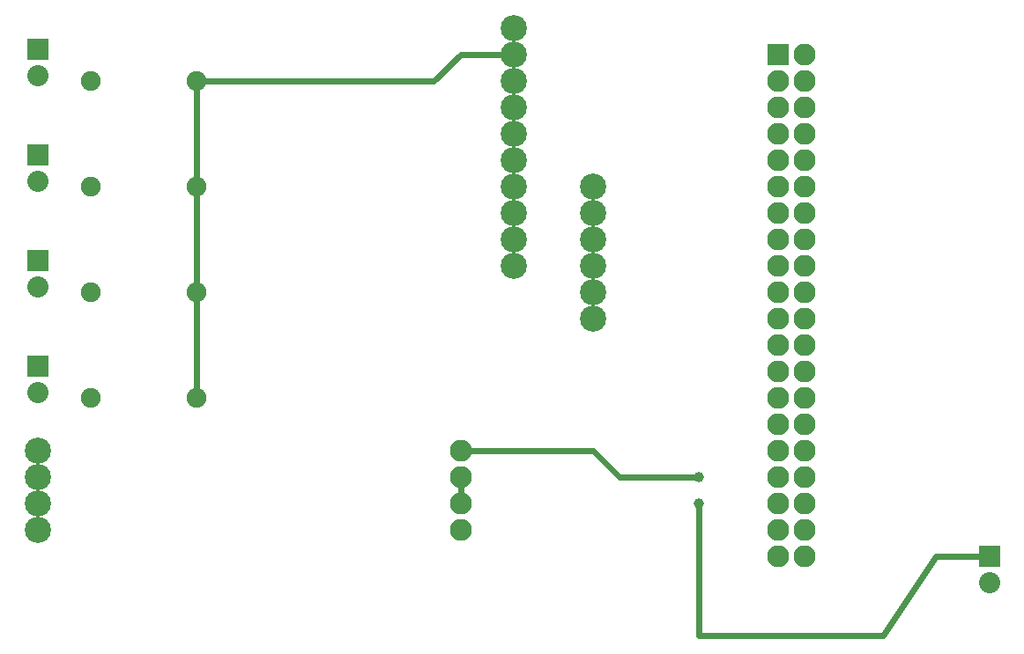
<source format=gtl>
G04 MADE WITH FRITZING*
G04 WWW.FRITZING.ORG*
G04 DOUBLE SIDED*
G04 HOLES PLATED*
G04 CONTOUR ON CENTER OF CONTOUR VECTOR*
%FSLAX26Y26*%
%MOIN*%
%ADD10C,0.083307*%
%ADD11C,0.099055*%
%ADD12C,0.080000*%
%ADD13C,0.075000*%
%ADD14C,0.039370*%
%ADD15R,0.083307X0.083307*%
%ADD16R,0.080000X0.080000*%
%ADD17C,0.024000*%
G04 COPPER1*
%FSLAX26Y26*%
%MOIN*%
D10*
X3273430Y2317467D03*
X3273430Y2217467D03*
X3273430Y2117467D03*
X3273430Y2017467D03*
X3273430Y1917467D03*
X3273430Y1817467D03*
X3273430Y1717470D03*
X3273430Y1617470D03*
X3273430Y1517470D03*
X3273430Y1417470D03*
X3273430Y1317470D03*
X3273430Y1217470D03*
X3273430Y1117470D03*
X3273430Y1017470D03*
X3273430Y917470D03*
X3273430Y817470D03*
X3273430Y717470D03*
X3273430Y617470D03*
X3273430Y517470D03*
X3273430Y417470D03*
X3173430Y2317467D03*
X3173430Y2217467D03*
X3173430Y2117467D03*
X3173430Y2017467D03*
X3173430Y1917467D03*
X3173430Y1817467D03*
X3173430Y1717470D03*
X3173430Y1617470D03*
X3173430Y1517470D03*
X3173430Y1417470D03*
X3173430Y1317470D03*
X3173430Y1217470D03*
X3173430Y1117470D03*
X3173430Y1017470D03*
X3173430Y917470D03*
X3173430Y817470D03*
X3173430Y717470D03*
X3173430Y617470D03*
X3173430Y517470D03*
X3173430Y417470D03*
X1973430Y817470D03*
X1973430Y717470D03*
X1973430Y617470D03*
X1973430Y517470D03*
D11*
X2173430Y2417467D03*
X2173430Y2317467D03*
X2173430Y2217467D03*
X2173430Y2117467D03*
X2173430Y2017467D03*
X2173430Y1917467D03*
X2173430Y1817467D03*
X2173430Y1717470D03*
X2173430Y1617470D03*
X2173430Y1517470D03*
X373425Y817470D03*
X373425Y717470D03*
X373425Y617470D03*
X373425Y517470D03*
D12*
X373425Y1536370D03*
X373425Y1436370D03*
X373425Y1936365D03*
X373425Y1836365D03*
X373425Y2336365D03*
X373425Y2236365D03*
D13*
X573425Y2217467D03*
X973425Y2217467D03*
X573425Y1817467D03*
X973425Y1817467D03*
X573425Y1417470D03*
X973425Y1417470D03*
D12*
X373425Y1136360D03*
X373425Y1036360D03*
D13*
X573425Y1017470D03*
X973425Y1017470D03*
D14*
X2873430Y717460D03*
X2873430Y717460D03*
X3973430Y417460D03*
X2173430Y2317468D03*
X973425Y1017460D03*
X973425Y1417460D03*
X973425Y1817468D03*
D12*
X3973430Y417470D03*
X3973430Y317470D03*
D14*
X2873430Y617460D03*
D11*
X2473430Y1817467D03*
X2473430Y1717470D03*
X2473430Y1617470D03*
X2473430Y1517470D03*
X2473430Y1417470D03*
X2473430Y1317470D03*
D15*
X3173434Y2317467D03*
D16*
X373425Y1536370D03*
X373425Y1936365D03*
X373425Y2336365D03*
X373425Y1136360D03*
X3973430Y417470D03*
D17*
X973425Y1799967D02*
X973425Y1434970D01*
D02*
X973425Y2199967D02*
X973425Y1834967D01*
D02*
X2143900Y2317621D02*
X1973370Y2318511D01*
D02*
X1472500Y2218337D02*
X990925Y2217498D01*
D02*
X1873190Y2218337D02*
X1472500Y2218337D01*
D02*
X1973370Y2318511D02*
X1873190Y2218337D01*
D02*
X2574410Y715730D02*
X2474240Y815900D01*
D02*
X2865550Y717420D02*
X2574410Y715730D01*
D02*
X2474240Y815900D02*
X1995080Y817400D01*
D02*
X1973430Y639120D02*
X1973430Y695810D01*
D02*
X973425Y1417470D02*
X973425Y1034970D01*
D02*
X2873450Y609590D02*
X2874930Y118390D01*
D02*
X2874930Y118390D02*
X3572440Y118390D01*
D02*
X3572440Y118390D02*
X3772790Y418920D01*
D02*
X3772790Y418920D02*
X3953430Y417610D01*
G04 End of Copper1*
M02*
</source>
